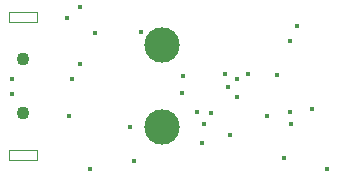
<source format=gbr>
G04 PROTEUS GERBER X2 FILE*
%TF.GenerationSoftware,Labcenter,Proteus,8.5-SP0-Build22067*%
%TF.CreationDate,2018-05-23T12:33:45+00:00*%
%TF.FileFunction,Plated,1,16,PTH*%
%TF.FilePolarity,Positive*%
%TF.Part,Single*%
%FSLAX45Y45*%
%MOMM*%
G01*
%TA.AperFunction,ViaDrill*%
%ADD81C,0.381000*%
%TA.AperFunction,MechanicalDrill*%
%ADD82C,1.100000*%
%TA.AperFunction,Slot*%
%ADD83C,0.100000*%
%TA.AperFunction,MechanicalDrill*%
%ADD84C,3.000000*%
D81*
X-1270000Y-63500D03*
X-1270000Y+63500D03*
X+1397000Y-698500D03*
X-610000Y-698500D03*
X+637672Y-88442D03*
X+335655Y-483779D03*
X-271373Y-346005D03*
X+553720Y-5080D03*
X+177800Y+88900D03*
X+1030000Y-610000D03*
X+352140Y-317500D03*
X-238760Y-635000D03*
X+571500Y-414020D03*
X+410000Y-230000D03*
X+1270000Y-190500D03*
X+889000Y-254000D03*
X+1143000Y+508000D03*
X+1090263Y-324591D03*
X+970000Y+90000D03*
X+1084580Y-218440D03*
X+170000Y-60000D03*
X+294488Y-221954D03*
X+533936Y+100404D03*
X-180329Y+461239D03*
X+635000Y+63500D03*
X+1079500Y+381000D03*
X-698500Y+190500D03*
X-698500Y+673100D03*
X+723900Y+104140D03*
X-762287Y+60292D03*
X-803722Y+577728D03*
X-784860Y-251460D03*
X-571867Y+450458D03*
D82*
X-1180000Y-230000D03*
X-1180000Y+230000D03*
D83*
X-1300000Y-625000D02*
X-1300000Y-545000D01*
X-1060000Y-545000D01*
X-1060000Y-625000D01*
X-1300000Y-625000D01*
X-1300000Y+545000D02*
X-1300000Y+625000D01*
X-1060000Y+625000D01*
X-1060000Y+545000D01*
X-1300000Y+545000D01*
D84*
X+0Y+350000D03*
X+0Y-350000D03*
M02*

</source>
